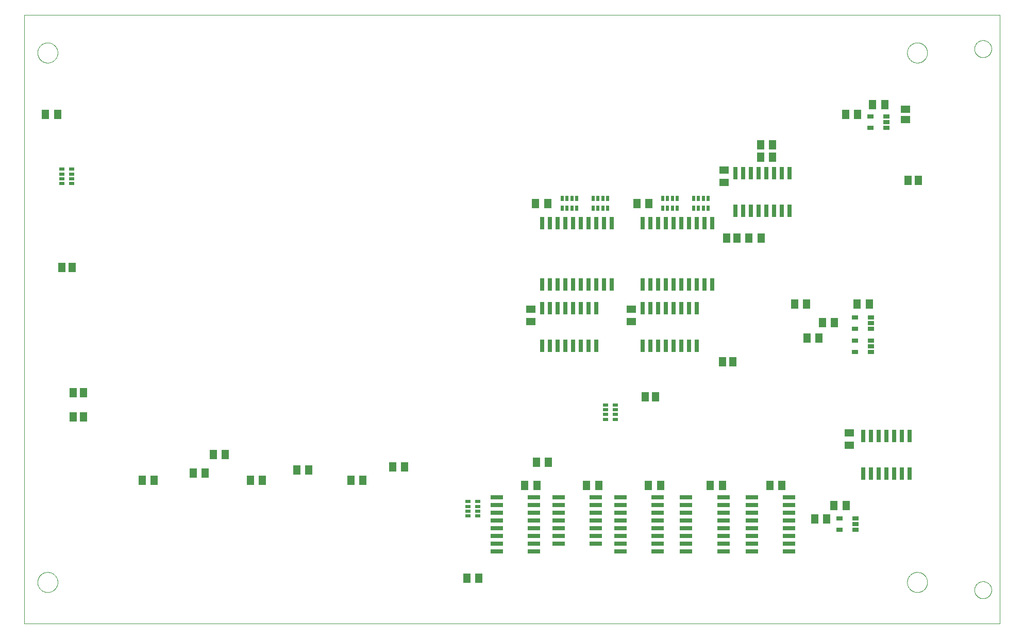
<source format=gtp>
G75*
%MOIN*%
%OFA0B0*%
%FSLAX25Y25*%
%IPPOS*%
%LPD*%
%AMOC8*
5,1,8,0,0,1.08239X$1,22.5*
%
%ADD10R,0.05118X0.05906*%
%ADD11R,0.05906X0.05118*%
%ADD12R,0.03898X0.02717*%
%ADD13R,0.05118X0.06299*%
%ADD14R,0.03543X0.01969*%
%ADD15R,0.02600X0.08000*%
%ADD16R,0.06299X0.05118*%
%ADD17R,0.01969X0.03543*%
%ADD18R,0.08000X0.02600*%
%ADD19C,0.00000*%
D10*
X0079987Y0208100D03*
X0086680Y0208100D03*
X0086680Y0223600D03*
X0079987Y0223600D03*
X0079180Y0304600D03*
X0072487Y0304600D03*
X0449987Y0221100D03*
X0456680Y0221100D03*
X0499987Y0243600D03*
X0506680Y0243600D03*
X0554593Y0259100D03*
X0562073Y0259100D03*
X0509180Y0323600D03*
X0502487Y0323600D03*
X0524593Y0376100D03*
X0532073Y0376100D03*
X0532073Y0384100D03*
X0524593Y0384100D03*
X0579593Y0403600D03*
X0587073Y0403600D03*
X0619987Y0361100D03*
X0626680Y0361100D03*
X0567073Y0142100D03*
X0559593Y0142100D03*
D11*
X0618333Y0400254D03*
X0618333Y0406946D03*
D12*
X0605912Y0402340D03*
X0605912Y0398600D03*
X0605912Y0394860D03*
X0595715Y0394860D03*
X0595715Y0402340D03*
X0595912Y0272340D03*
X0595912Y0268600D03*
X0595912Y0264860D03*
X0595912Y0257340D03*
X0595912Y0253600D03*
X0595912Y0249860D03*
X0585715Y0249860D03*
X0585715Y0257340D03*
X0585715Y0264860D03*
X0585715Y0272340D03*
X0585912Y0142340D03*
X0585912Y0138600D03*
X0585912Y0134860D03*
X0575715Y0134860D03*
X0575715Y0142340D03*
D13*
X0571896Y0150600D03*
X0579770Y0150600D03*
X0538270Y0163600D03*
X0530396Y0163600D03*
X0499770Y0163600D03*
X0491896Y0163600D03*
X0459770Y0163600D03*
X0451896Y0163600D03*
X0419770Y0163600D03*
X0411896Y0163600D03*
X0387270Y0178600D03*
X0379396Y0178600D03*
X0379770Y0163600D03*
X0371896Y0163600D03*
X0342270Y0103600D03*
X0334396Y0103600D03*
X0267270Y0167100D03*
X0259396Y0167100D03*
X0232270Y0173600D03*
X0224396Y0173600D03*
X0202270Y0167100D03*
X0194396Y0167100D03*
X0178270Y0183600D03*
X0170396Y0183600D03*
X0165270Y0171600D03*
X0157396Y0171600D03*
X0132270Y0167100D03*
X0124396Y0167100D03*
X0286396Y0175600D03*
X0294270Y0175600D03*
X0378896Y0346100D03*
X0386770Y0346100D03*
X0444396Y0346100D03*
X0452270Y0346100D03*
X0516896Y0323600D03*
X0524770Y0323600D03*
X0546396Y0281100D03*
X0554270Y0281100D03*
X0564396Y0269100D03*
X0572270Y0269100D03*
X0586896Y0281100D03*
X0594770Y0281100D03*
X0596896Y0410100D03*
X0604770Y0410100D03*
X0069770Y0403600D03*
X0061896Y0403600D03*
D14*
X0072684Y0368324D03*
X0072684Y0365175D03*
X0072684Y0362025D03*
X0072684Y0358876D03*
X0078983Y0358876D03*
X0078983Y0362025D03*
X0078983Y0365175D03*
X0078983Y0368324D03*
X0335184Y0153324D03*
X0335184Y0150175D03*
X0335184Y0147025D03*
X0335184Y0143876D03*
X0341483Y0143876D03*
X0341483Y0147025D03*
X0341483Y0150175D03*
X0341483Y0153324D03*
X0424184Y0206376D03*
X0424184Y0209525D03*
X0424184Y0212675D03*
X0424184Y0215824D03*
X0430483Y0215824D03*
X0430483Y0212675D03*
X0430483Y0209525D03*
X0430483Y0206376D03*
D15*
X0418333Y0254000D03*
X0413333Y0254000D03*
X0408333Y0254000D03*
X0403333Y0254000D03*
X0398333Y0254000D03*
X0393333Y0254000D03*
X0388333Y0254000D03*
X0383333Y0254000D03*
X0383333Y0278200D03*
X0388333Y0278200D03*
X0393333Y0278200D03*
X0398333Y0278200D03*
X0403333Y0278200D03*
X0408333Y0278200D03*
X0413333Y0278200D03*
X0418333Y0278200D03*
X0418333Y0293800D03*
X0413333Y0293800D03*
X0408333Y0293800D03*
X0403333Y0293800D03*
X0398333Y0293800D03*
X0393333Y0293800D03*
X0388333Y0293800D03*
X0383333Y0293800D03*
X0423333Y0293800D03*
X0428333Y0293800D03*
X0448333Y0293800D03*
X0453333Y0293800D03*
X0458333Y0293800D03*
X0463333Y0293800D03*
X0468333Y0293800D03*
X0473333Y0293800D03*
X0478333Y0293800D03*
X0483333Y0293800D03*
X0488333Y0293800D03*
X0493333Y0293800D03*
X0483333Y0278200D03*
X0478333Y0278200D03*
X0473333Y0278200D03*
X0468333Y0278200D03*
X0463333Y0278200D03*
X0458333Y0278200D03*
X0453333Y0278200D03*
X0448333Y0278200D03*
X0448333Y0254000D03*
X0453333Y0254000D03*
X0458333Y0254000D03*
X0463333Y0254000D03*
X0468333Y0254000D03*
X0473333Y0254000D03*
X0478333Y0254000D03*
X0483333Y0254000D03*
X0483333Y0333400D03*
X0478333Y0333400D03*
X0473333Y0333400D03*
X0468333Y0333400D03*
X0463333Y0333400D03*
X0458333Y0333400D03*
X0453333Y0333400D03*
X0448333Y0333400D03*
X0428333Y0333400D03*
X0423333Y0333400D03*
X0418333Y0333400D03*
X0413333Y0333400D03*
X0408333Y0333400D03*
X0403333Y0333400D03*
X0398333Y0333400D03*
X0393333Y0333400D03*
X0388333Y0333400D03*
X0383333Y0333400D03*
X0488333Y0333400D03*
X0493333Y0333400D03*
X0508333Y0341500D03*
X0513333Y0341500D03*
X0518333Y0341500D03*
X0523333Y0341500D03*
X0528333Y0341500D03*
X0533333Y0341500D03*
X0538333Y0341500D03*
X0543333Y0341500D03*
X0543333Y0365700D03*
X0538333Y0365700D03*
X0533333Y0365700D03*
X0528333Y0365700D03*
X0523333Y0365700D03*
X0518333Y0365700D03*
X0513333Y0365700D03*
X0508333Y0365700D03*
X0590833Y0195700D03*
X0595833Y0195700D03*
X0600833Y0195700D03*
X0605833Y0195700D03*
X0610833Y0195700D03*
X0615833Y0195700D03*
X0620833Y0195700D03*
X0620833Y0171500D03*
X0615833Y0171500D03*
X0610833Y0171500D03*
X0605833Y0171500D03*
X0600833Y0171500D03*
X0595833Y0171500D03*
X0590833Y0171500D03*
D16*
X0581833Y0189663D03*
X0581833Y0197537D03*
X0440833Y0269663D03*
X0440833Y0277537D03*
X0375833Y0277537D03*
X0375833Y0269663D03*
X0500833Y0359663D03*
X0500833Y0367537D03*
D17*
X0490558Y0349250D03*
X0487408Y0349250D03*
X0484259Y0349250D03*
X0481109Y0349250D03*
X0481109Y0342950D03*
X0484259Y0342950D03*
X0487408Y0342950D03*
X0490558Y0342950D03*
X0470558Y0342950D03*
X0467408Y0342950D03*
X0464259Y0342950D03*
X0461109Y0342950D03*
X0461109Y0349250D03*
X0464259Y0349250D03*
X0467408Y0349250D03*
X0470558Y0349250D03*
X0425558Y0349250D03*
X0422408Y0349250D03*
X0419259Y0349250D03*
X0416109Y0349250D03*
X0416109Y0342950D03*
X0419259Y0342950D03*
X0422408Y0342950D03*
X0425558Y0342950D03*
X0405558Y0342950D03*
X0402408Y0342950D03*
X0399259Y0342950D03*
X0396109Y0342950D03*
X0396109Y0349250D03*
X0399259Y0349250D03*
X0402408Y0349250D03*
X0405558Y0349250D03*
D18*
X0393733Y0156100D03*
X0393733Y0151100D03*
X0393733Y0146100D03*
X0393733Y0141100D03*
X0393733Y0136100D03*
X0393733Y0131100D03*
X0393733Y0126100D03*
X0377933Y0126100D03*
X0377933Y0121100D03*
X0377933Y0131100D03*
X0377933Y0136100D03*
X0377933Y0141100D03*
X0377933Y0146100D03*
X0377933Y0151100D03*
X0377933Y0156100D03*
X0353733Y0156100D03*
X0353733Y0151100D03*
X0353733Y0146100D03*
X0353733Y0141100D03*
X0353733Y0136100D03*
X0353733Y0131100D03*
X0353733Y0126100D03*
X0353733Y0121100D03*
X0417933Y0126100D03*
X0417933Y0131100D03*
X0417933Y0136100D03*
X0417933Y0141100D03*
X0417933Y0146100D03*
X0417933Y0151100D03*
X0417933Y0156100D03*
X0433733Y0156100D03*
X0433733Y0151100D03*
X0433733Y0146100D03*
X0433733Y0141100D03*
X0433733Y0136100D03*
X0433733Y0131100D03*
X0433733Y0126100D03*
X0433733Y0121100D03*
X0457933Y0121100D03*
X0457933Y0126100D03*
X0457933Y0131100D03*
X0457933Y0136100D03*
X0457933Y0141100D03*
X0457933Y0146100D03*
X0457933Y0151100D03*
X0457933Y0156100D03*
X0476233Y0156100D03*
X0476233Y0151100D03*
X0476233Y0146100D03*
X0476233Y0141100D03*
X0476233Y0136100D03*
X0476233Y0131100D03*
X0476233Y0126100D03*
X0476233Y0121100D03*
X0500433Y0121100D03*
X0500433Y0126100D03*
X0500433Y0131100D03*
X0500433Y0136100D03*
X0500433Y0141100D03*
X0500433Y0146100D03*
X0500433Y0151100D03*
X0500433Y0156100D03*
X0518733Y0156100D03*
X0518733Y0151100D03*
X0518733Y0146100D03*
X0518733Y0141100D03*
X0518733Y0136100D03*
X0518733Y0131100D03*
X0518733Y0126100D03*
X0518733Y0121100D03*
X0542933Y0121100D03*
X0542933Y0126100D03*
X0542933Y0131100D03*
X0542933Y0136100D03*
X0542933Y0141100D03*
X0542933Y0146100D03*
X0542933Y0151100D03*
X0542933Y0156100D03*
D19*
X0048333Y0074200D02*
X0048333Y0468000D01*
X0679333Y0468000D01*
X0679333Y0074200D01*
X0048333Y0074200D01*
X0056833Y0101100D02*
X0056835Y0101261D01*
X0056841Y0101421D01*
X0056851Y0101582D01*
X0056865Y0101742D01*
X0056883Y0101902D01*
X0056904Y0102061D01*
X0056930Y0102220D01*
X0056960Y0102378D01*
X0056993Y0102535D01*
X0057031Y0102692D01*
X0057072Y0102847D01*
X0057117Y0103001D01*
X0057166Y0103154D01*
X0057219Y0103306D01*
X0057275Y0103457D01*
X0057336Y0103606D01*
X0057399Y0103754D01*
X0057467Y0103900D01*
X0057538Y0104044D01*
X0057612Y0104186D01*
X0057690Y0104327D01*
X0057772Y0104465D01*
X0057857Y0104602D01*
X0057945Y0104736D01*
X0058037Y0104868D01*
X0058132Y0104998D01*
X0058230Y0105126D01*
X0058331Y0105251D01*
X0058435Y0105373D01*
X0058542Y0105493D01*
X0058652Y0105610D01*
X0058765Y0105725D01*
X0058881Y0105836D01*
X0059000Y0105945D01*
X0059121Y0106050D01*
X0059245Y0106153D01*
X0059371Y0106253D01*
X0059499Y0106349D01*
X0059630Y0106442D01*
X0059764Y0106532D01*
X0059899Y0106619D01*
X0060037Y0106702D01*
X0060176Y0106782D01*
X0060318Y0106858D01*
X0060461Y0106931D01*
X0060606Y0107000D01*
X0060753Y0107066D01*
X0060901Y0107128D01*
X0061051Y0107186D01*
X0061202Y0107241D01*
X0061355Y0107292D01*
X0061509Y0107339D01*
X0061664Y0107382D01*
X0061820Y0107421D01*
X0061976Y0107457D01*
X0062134Y0107488D01*
X0062292Y0107516D01*
X0062451Y0107540D01*
X0062611Y0107560D01*
X0062771Y0107576D01*
X0062931Y0107588D01*
X0063092Y0107596D01*
X0063253Y0107600D01*
X0063413Y0107600D01*
X0063574Y0107596D01*
X0063735Y0107588D01*
X0063895Y0107576D01*
X0064055Y0107560D01*
X0064215Y0107540D01*
X0064374Y0107516D01*
X0064532Y0107488D01*
X0064690Y0107457D01*
X0064846Y0107421D01*
X0065002Y0107382D01*
X0065157Y0107339D01*
X0065311Y0107292D01*
X0065464Y0107241D01*
X0065615Y0107186D01*
X0065765Y0107128D01*
X0065913Y0107066D01*
X0066060Y0107000D01*
X0066205Y0106931D01*
X0066348Y0106858D01*
X0066490Y0106782D01*
X0066629Y0106702D01*
X0066767Y0106619D01*
X0066902Y0106532D01*
X0067036Y0106442D01*
X0067167Y0106349D01*
X0067295Y0106253D01*
X0067421Y0106153D01*
X0067545Y0106050D01*
X0067666Y0105945D01*
X0067785Y0105836D01*
X0067901Y0105725D01*
X0068014Y0105610D01*
X0068124Y0105493D01*
X0068231Y0105373D01*
X0068335Y0105251D01*
X0068436Y0105126D01*
X0068534Y0104998D01*
X0068629Y0104868D01*
X0068721Y0104736D01*
X0068809Y0104602D01*
X0068894Y0104465D01*
X0068976Y0104327D01*
X0069054Y0104186D01*
X0069128Y0104044D01*
X0069199Y0103900D01*
X0069267Y0103754D01*
X0069330Y0103606D01*
X0069391Y0103457D01*
X0069447Y0103306D01*
X0069500Y0103154D01*
X0069549Y0103001D01*
X0069594Y0102847D01*
X0069635Y0102692D01*
X0069673Y0102535D01*
X0069706Y0102378D01*
X0069736Y0102220D01*
X0069762Y0102061D01*
X0069783Y0101902D01*
X0069801Y0101742D01*
X0069815Y0101582D01*
X0069825Y0101421D01*
X0069831Y0101261D01*
X0069833Y0101100D01*
X0069831Y0100939D01*
X0069825Y0100779D01*
X0069815Y0100618D01*
X0069801Y0100458D01*
X0069783Y0100298D01*
X0069762Y0100139D01*
X0069736Y0099980D01*
X0069706Y0099822D01*
X0069673Y0099665D01*
X0069635Y0099508D01*
X0069594Y0099353D01*
X0069549Y0099199D01*
X0069500Y0099046D01*
X0069447Y0098894D01*
X0069391Y0098743D01*
X0069330Y0098594D01*
X0069267Y0098446D01*
X0069199Y0098300D01*
X0069128Y0098156D01*
X0069054Y0098014D01*
X0068976Y0097873D01*
X0068894Y0097735D01*
X0068809Y0097598D01*
X0068721Y0097464D01*
X0068629Y0097332D01*
X0068534Y0097202D01*
X0068436Y0097074D01*
X0068335Y0096949D01*
X0068231Y0096827D01*
X0068124Y0096707D01*
X0068014Y0096590D01*
X0067901Y0096475D01*
X0067785Y0096364D01*
X0067666Y0096255D01*
X0067545Y0096150D01*
X0067421Y0096047D01*
X0067295Y0095947D01*
X0067167Y0095851D01*
X0067036Y0095758D01*
X0066902Y0095668D01*
X0066767Y0095581D01*
X0066629Y0095498D01*
X0066490Y0095418D01*
X0066348Y0095342D01*
X0066205Y0095269D01*
X0066060Y0095200D01*
X0065913Y0095134D01*
X0065765Y0095072D01*
X0065615Y0095014D01*
X0065464Y0094959D01*
X0065311Y0094908D01*
X0065157Y0094861D01*
X0065002Y0094818D01*
X0064846Y0094779D01*
X0064690Y0094743D01*
X0064532Y0094712D01*
X0064374Y0094684D01*
X0064215Y0094660D01*
X0064055Y0094640D01*
X0063895Y0094624D01*
X0063735Y0094612D01*
X0063574Y0094604D01*
X0063413Y0094600D01*
X0063253Y0094600D01*
X0063092Y0094604D01*
X0062931Y0094612D01*
X0062771Y0094624D01*
X0062611Y0094640D01*
X0062451Y0094660D01*
X0062292Y0094684D01*
X0062134Y0094712D01*
X0061976Y0094743D01*
X0061820Y0094779D01*
X0061664Y0094818D01*
X0061509Y0094861D01*
X0061355Y0094908D01*
X0061202Y0094959D01*
X0061051Y0095014D01*
X0060901Y0095072D01*
X0060753Y0095134D01*
X0060606Y0095200D01*
X0060461Y0095269D01*
X0060318Y0095342D01*
X0060176Y0095418D01*
X0060037Y0095498D01*
X0059899Y0095581D01*
X0059764Y0095668D01*
X0059630Y0095758D01*
X0059499Y0095851D01*
X0059371Y0095947D01*
X0059245Y0096047D01*
X0059121Y0096150D01*
X0059000Y0096255D01*
X0058881Y0096364D01*
X0058765Y0096475D01*
X0058652Y0096590D01*
X0058542Y0096707D01*
X0058435Y0096827D01*
X0058331Y0096949D01*
X0058230Y0097074D01*
X0058132Y0097202D01*
X0058037Y0097332D01*
X0057945Y0097464D01*
X0057857Y0097598D01*
X0057772Y0097735D01*
X0057690Y0097873D01*
X0057612Y0098014D01*
X0057538Y0098156D01*
X0057467Y0098300D01*
X0057399Y0098446D01*
X0057336Y0098594D01*
X0057275Y0098743D01*
X0057219Y0098894D01*
X0057166Y0099046D01*
X0057117Y0099199D01*
X0057072Y0099353D01*
X0057031Y0099508D01*
X0056993Y0099665D01*
X0056960Y0099822D01*
X0056930Y0099980D01*
X0056904Y0100139D01*
X0056883Y0100298D01*
X0056865Y0100458D01*
X0056851Y0100618D01*
X0056841Y0100779D01*
X0056835Y0100939D01*
X0056833Y0101100D01*
X0056833Y0443600D02*
X0056835Y0443761D01*
X0056841Y0443921D01*
X0056851Y0444082D01*
X0056865Y0444242D01*
X0056883Y0444402D01*
X0056904Y0444561D01*
X0056930Y0444720D01*
X0056960Y0444878D01*
X0056993Y0445035D01*
X0057031Y0445192D01*
X0057072Y0445347D01*
X0057117Y0445501D01*
X0057166Y0445654D01*
X0057219Y0445806D01*
X0057275Y0445957D01*
X0057336Y0446106D01*
X0057399Y0446254D01*
X0057467Y0446400D01*
X0057538Y0446544D01*
X0057612Y0446686D01*
X0057690Y0446827D01*
X0057772Y0446965D01*
X0057857Y0447102D01*
X0057945Y0447236D01*
X0058037Y0447368D01*
X0058132Y0447498D01*
X0058230Y0447626D01*
X0058331Y0447751D01*
X0058435Y0447873D01*
X0058542Y0447993D01*
X0058652Y0448110D01*
X0058765Y0448225D01*
X0058881Y0448336D01*
X0059000Y0448445D01*
X0059121Y0448550D01*
X0059245Y0448653D01*
X0059371Y0448753D01*
X0059499Y0448849D01*
X0059630Y0448942D01*
X0059764Y0449032D01*
X0059899Y0449119D01*
X0060037Y0449202D01*
X0060176Y0449282D01*
X0060318Y0449358D01*
X0060461Y0449431D01*
X0060606Y0449500D01*
X0060753Y0449566D01*
X0060901Y0449628D01*
X0061051Y0449686D01*
X0061202Y0449741D01*
X0061355Y0449792D01*
X0061509Y0449839D01*
X0061664Y0449882D01*
X0061820Y0449921D01*
X0061976Y0449957D01*
X0062134Y0449988D01*
X0062292Y0450016D01*
X0062451Y0450040D01*
X0062611Y0450060D01*
X0062771Y0450076D01*
X0062931Y0450088D01*
X0063092Y0450096D01*
X0063253Y0450100D01*
X0063413Y0450100D01*
X0063574Y0450096D01*
X0063735Y0450088D01*
X0063895Y0450076D01*
X0064055Y0450060D01*
X0064215Y0450040D01*
X0064374Y0450016D01*
X0064532Y0449988D01*
X0064690Y0449957D01*
X0064846Y0449921D01*
X0065002Y0449882D01*
X0065157Y0449839D01*
X0065311Y0449792D01*
X0065464Y0449741D01*
X0065615Y0449686D01*
X0065765Y0449628D01*
X0065913Y0449566D01*
X0066060Y0449500D01*
X0066205Y0449431D01*
X0066348Y0449358D01*
X0066490Y0449282D01*
X0066629Y0449202D01*
X0066767Y0449119D01*
X0066902Y0449032D01*
X0067036Y0448942D01*
X0067167Y0448849D01*
X0067295Y0448753D01*
X0067421Y0448653D01*
X0067545Y0448550D01*
X0067666Y0448445D01*
X0067785Y0448336D01*
X0067901Y0448225D01*
X0068014Y0448110D01*
X0068124Y0447993D01*
X0068231Y0447873D01*
X0068335Y0447751D01*
X0068436Y0447626D01*
X0068534Y0447498D01*
X0068629Y0447368D01*
X0068721Y0447236D01*
X0068809Y0447102D01*
X0068894Y0446965D01*
X0068976Y0446827D01*
X0069054Y0446686D01*
X0069128Y0446544D01*
X0069199Y0446400D01*
X0069267Y0446254D01*
X0069330Y0446106D01*
X0069391Y0445957D01*
X0069447Y0445806D01*
X0069500Y0445654D01*
X0069549Y0445501D01*
X0069594Y0445347D01*
X0069635Y0445192D01*
X0069673Y0445035D01*
X0069706Y0444878D01*
X0069736Y0444720D01*
X0069762Y0444561D01*
X0069783Y0444402D01*
X0069801Y0444242D01*
X0069815Y0444082D01*
X0069825Y0443921D01*
X0069831Y0443761D01*
X0069833Y0443600D01*
X0069831Y0443439D01*
X0069825Y0443279D01*
X0069815Y0443118D01*
X0069801Y0442958D01*
X0069783Y0442798D01*
X0069762Y0442639D01*
X0069736Y0442480D01*
X0069706Y0442322D01*
X0069673Y0442165D01*
X0069635Y0442008D01*
X0069594Y0441853D01*
X0069549Y0441699D01*
X0069500Y0441546D01*
X0069447Y0441394D01*
X0069391Y0441243D01*
X0069330Y0441094D01*
X0069267Y0440946D01*
X0069199Y0440800D01*
X0069128Y0440656D01*
X0069054Y0440514D01*
X0068976Y0440373D01*
X0068894Y0440235D01*
X0068809Y0440098D01*
X0068721Y0439964D01*
X0068629Y0439832D01*
X0068534Y0439702D01*
X0068436Y0439574D01*
X0068335Y0439449D01*
X0068231Y0439327D01*
X0068124Y0439207D01*
X0068014Y0439090D01*
X0067901Y0438975D01*
X0067785Y0438864D01*
X0067666Y0438755D01*
X0067545Y0438650D01*
X0067421Y0438547D01*
X0067295Y0438447D01*
X0067167Y0438351D01*
X0067036Y0438258D01*
X0066902Y0438168D01*
X0066767Y0438081D01*
X0066629Y0437998D01*
X0066490Y0437918D01*
X0066348Y0437842D01*
X0066205Y0437769D01*
X0066060Y0437700D01*
X0065913Y0437634D01*
X0065765Y0437572D01*
X0065615Y0437514D01*
X0065464Y0437459D01*
X0065311Y0437408D01*
X0065157Y0437361D01*
X0065002Y0437318D01*
X0064846Y0437279D01*
X0064690Y0437243D01*
X0064532Y0437212D01*
X0064374Y0437184D01*
X0064215Y0437160D01*
X0064055Y0437140D01*
X0063895Y0437124D01*
X0063735Y0437112D01*
X0063574Y0437104D01*
X0063413Y0437100D01*
X0063253Y0437100D01*
X0063092Y0437104D01*
X0062931Y0437112D01*
X0062771Y0437124D01*
X0062611Y0437140D01*
X0062451Y0437160D01*
X0062292Y0437184D01*
X0062134Y0437212D01*
X0061976Y0437243D01*
X0061820Y0437279D01*
X0061664Y0437318D01*
X0061509Y0437361D01*
X0061355Y0437408D01*
X0061202Y0437459D01*
X0061051Y0437514D01*
X0060901Y0437572D01*
X0060753Y0437634D01*
X0060606Y0437700D01*
X0060461Y0437769D01*
X0060318Y0437842D01*
X0060176Y0437918D01*
X0060037Y0437998D01*
X0059899Y0438081D01*
X0059764Y0438168D01*
X0059630Y0438258D01*
X0059499Y0438351D01*
X0059371Y0438447D01*
X0059245Y0438547D01*
X0059121Y0438650D01*
X0059000Y0438755D01*
X0058881Y0438864D01*
X0058765Y0438975D01*
X0058652Y0439090D01*
X0058542Y0439207D01*
X0058435Y0439327D01*
X0058331Y0439449D01*
X0058230Y0439574D01*
X0058132Y0439702D01*
X0058037Y0439832D01*
X0057945Y0439964D01*
X0057857Y0440098D01*
X0057772Y0440235D01*
X0057690Y0440373D01*
X0057612Y0440514D01*
X0057538Y0440656D01*
X0057467Y0440800D01*
X0057399Y0440946D01*
X0057336Y0441094D01*
X0057275Y0441243D01*
X0057219Y0441394D01*
X0057166Y0441546D01*
X0057117Y0441699D01*
X0057072Y0441853D01*
X0057031Y0442008D01*
X0056993Y0442165D01*
X0056960Y0442322D01*
X0056930Y0442480D01*
X0056904Y0442639D01*
X0056883Y0442798D01*
X0056865Y0442958D01*
X0056851Y0443118D01*
X0056841Y0443279D01*
X0056835Y0443439D01*
X0056833Y0443600D01*
X0619333Y0443600D02*
X0619335Y0443761D01*
X0619341Y0443921D01*
X0619351Y0444082D01*
X0619365Y0444242D01*
X0619383Y0444402D01*
X0619404Y0444561D01*
X0619430Y0444720D01*
X0619460Y0444878D01*
X0619493Y0445035D01*
X0619531Y0445192D01*
X0619572Y0445347D01*
X0619617Y0445501D01*
X0619666Y0445654D01*
X0619719Y0445806D01*
X0619775Y0445957D01*
X0619836Y0446106D01*
X0619899Y0446254D01*
X0619967Y0446400D01*
X0620038Y0446544D01*
X0620112Y0446686D01*
X0620190Y0446827D01*
X0620272Y0446965D01*
X0620357Y0447102D01*
X0620445Y0447236D01*
X0620537Y0447368D01*
X0620632Y0447498D01*
X0620730Y0447626D01*
X0620831Y0447751D01*
X0620935Y0447873D01*
X0621042Y0447993D01*
X0621152Y0448110D01*
X0621265Y0448225D01*
X0621381Y0448336D01*
X0621500Y0448445D01*
X0621621Y0448550D01*
X0621745Y0448653D01*
X0621871Y0448753D01*
X0621999Y0448849D01*
X0622130Y0448942D01*
X0622264Y0449032D01*
X0622399Y0449119D01*
X0622537Y0449202D01*
X0622676Y0449282D01*
X0622818Y0449358D01*
X0622961Y0449431D01*
X0623106Y0449500D01*
X0623253Y0449566D01*
X0623401Y0449628D01*
X0623551Y0449686D01*
X0623702Y0449741D01*
X0623855Y0449792D01*
X0624009Y0449839D01*
X0624164Y0449882D01*
X0624320Y0449921D01*
X0624476Y0449957D01*
X0624634Y0449988D01*
X0624792Y0450016D01*
X0624951Y0450040D01*
X0625111Y0450060D01*
X0625271Y0450076D01*
X0625431Y0450088D01*
X0625592Y0450096D01*
X0625753Y0450100D01*
X0625913Y0450100D01*
X0626074Y0450096D01*
X0626235Y0450088D01*
X0626395Y0450076D01*
X0626555Y0450060D01*
X0626715Y0450040D01*
X0626874Y0450016D01*
X0627032Y0449988D01*
X0627190Y0449957D01*
X0627346Y0449921D01*
X0627502Y0449882D01*
X0627657Y0449839D01*
X0627811Y0449792D01*
X0627964Y0449741D01*
X0628115Y0449686D01*
X0628265Y0449628D01*
X0628413Y0449566D01*
X0628560Y0449500D01*
X0628705Y0449431D01*
X0628848Y0449358D01*
X0628990Y0449282D01*
X0629129Y0449202D01*
X0629267Y0449119D01*
X0629402Y0449032D01*
X0629536Y0448942D01*
X0629667Y0448849D01*
X0629795Y0448753D01*
X0629921Y0448653D01*
X0630045Y0448550D01*
X0630166Y0448445D01*
X0630285Y0448336D01*
X0630401Y0448225D01*
X0630514Y0448110D01*
X0630624Y0447993D01*
X0630731Y0447873D01*
X0630835Y0447751D01*
X0630936Y0447626D01*
X0631034Y0447498D01*
X0631129Y0447368D01*
X0631221Y0447236D01*
X0631309Y0447102D01*
X0631394Y0446965D01*
X0631476Y0446827D01*
X0631554Y0446686D01*
X0631628Y0446544D01*
X0631699Y0446400D01*
X0631767Y0446254D01*
X0631830Y0446106D01*
X0631891Y0445957D01*
X0631947Y0445806D01*
X0632000Y0445654D01*
X0632049Y0445501D01*
X0632094Y0445347D01*
X0632135Y0445192D01*
X0632173Y0445035D01*
X0632206Y0444878D01*
X0632236Y0444720D01*
X0632262Y0444561D01*
X0632283Y0444402D01*
X0632301Y0444242D01*
X0632315Y0444082D01*
X0632325Y0443921D01*
X0632331Y0443761D01*
X0632333Y0443600D01*
X0632331Y0443439D01*
X0632325Y0443279D01*
X0632315Y0443118D01*
X0632301Y0442958D01*
X0632283Y0442798D01*
X0632262Y0442639D01*
X0632236Y0442480D01*
X0632206Y0442322D01*
X0632173Y0442165D01*
X0632135Y0442008D01*
X0632094Y0441853D01*
X0632049Y0441699D01*
X0632000Y0441546D01*
X0631947Y0441394D01*
X0631891Y0441243D01*
X0631830Y0441094D01*
X0631767Y0440946D01*
X0631699Y0440800D01*
X0631628Y0440656D01*
X0631554Y0440514D01*
X0631476Y0440373D01*
X0631394Y0440235D01*
X0631309Y0440098D01*
X0631221Y0439964D01*
X0631129Y0439832D01*
X0631034Y0439702D01*
X0630936Y0439574D01*
X0630835Y0439449D01*
X0630731Y0439327D01*
X0630624Y0439207D01*
X0630514Y0439090D01*
X0630401Y0438975D01*
X0630285Y0438864D01*
X0630166Y0438755D01*
X0630045Y0438650D01*
X0629921Y0438547D01*
X0629795Y0438447D01*
X0629667Y0438351D01*
X0629536Y0438258D01*
X0629402Y0438168D01*
X0629267Y0438081D01*
X0629129Y0437998D01*
X0628990Y0437918D01*
X0628848Y0437842D01*
X0628705Y0437769D01*
X0628560Y0437700D01*
X0628413Y0437634D01*
X0628265Y0437572D01*
X0628115Y0437514D01*
X0627964Y0437459D01*
X0627811Y0437408D01*
X0627657Y0437361D01*
X0627502Y0437318D01*
X0627346Y0437279D01*
X0627190Y0437243D01*
X0627032Y0437212D01*
X0626874Y0437184D01*
X0626715Y0437160D01*
X0626555Y0437140D01*
X0626395Y0437124D01*
X0626235Y0437112D01*
X0626074Y0437104D01*
X0625913Y0437100D01*
X0625753Y0437100D01*
X0625592Y0437104D01*
X0625431Y0437112D01*
X0625271Y0437124D01*
X0625111Y0437140D01*
X0624951Y0437160D01*
X0624792Y0437184D01*
X0624634Y0437212D01*
X0624476Y0437243D01*
X0624320Y0437279D01*
X0624164Y0437318D01*
X0624009Y0437361D01*
X0623855Y0437408D01*
X0623702Y0437459D01*
X0623551Y0437514D01*
X0623401Y0437572D01*
X0623253Y0437634D01*
X0623106Y0437700D01*
X0622961Y0437769D01*
X0622818Y0437842D01*
X0622676Y0437918D01*
X0622537Y0437998D01*
X0622399Y0438081D01*
X0622264Y0438168D01*
X0622130Y0438258D01*
X0621999Y0438351D01*
X0621871Y0438447D01*
X0621745Y0438547D01*
X0621621Y0438650D01*
X0621500Y0438755D01*
X0621381Y0438864D01*
X0621265Y0438975D01*
X0621152Y0439090D01*
X0621042Y0439207D01*
X0620935Y0439327D01*
X0620831Y0439449D01*
X0620730Y0439574D01*
X0620632Y0439702D01*
X0620537Y0439832D01*
X0620445Y0439964D01*
X0620357Y0440098D01*
X0620272Y0440235D01*
X0620190Y0440373D01*
X0620112Y0440514D01*
X0620038Y0440656D01*
X0619967Y0440800D01*
X0619899Y0440946D01*
X0619836Y0441094D01*
X0619775Y0441243D01*
X0619719Y0441394D01*
X0619666Y0441546D01*
X0619617Y0441699D01*
X0619572Y0441853D01*
X0619531Y0442008D01*
X0619493Y0442165D01*
X0619460Y0442322D01*
X0619430Y0442480D01*
X0619404Y0442639D01*
X0619383Y0442798D01*
X0619365Y0442958D01*
X0619351Y0443118D01*
X0619341Y0443279D01*
X0619335Y0443439D01*
X0619333Y0443600D01*
X0662833Y0446100D02*
X0662835Y0446248D01*
X0662841Y0446396D01*
X0662851Y0446544D01*
X0662865Y0446692D01*
X0662883Y0446839D01*
X0662905Y0446986D01*
X0662931Y0447132D01*
X0662960Y0447277D01*
X0662994Y0447422D01*
X0663032Y0447565D01*
X0663073Y0447708D01*
X0663118Y0447849D01*
X0663168Y0447989D01*
X0663220Y0448127D01*
X0663277Y0448265D01*
X0663337Y0448400D01*
X0663401Y0448534D01*
X0663468Y0448666D01*
X0663539Y0448796D01*
X0663614Y0448925D01*
X0663692Y0449051D01*
X0663773Y0449175D01*
X0663857Y0449297D01*
X0663945Y0449416D01*
X0664036Y0449533D01*
X0664130Y0449648D01*
X0664228Y0449760D01*
X0664328Y0449869D01*
X0664431Y0449976D01*
X0664537Y0450080D01*
X0664645Y0450181D01*
X0664757Y0450279D01*
X0664871Y0450374D01*
X0664987Y0450465D01*
X0665106Y0450554D01*
X0665227Y0450639D01*
X0665351Y0450721D01*
X0665477Y0450800D01*
X0665604Y0450875D01*
X0665734Y0450947D01*
X0665866Y0451016D01*
X0665999Y0451080D01*
X0666134Y0451141D01*
X0666271Y0451199D01*
X0666409Y0451253D01*
X0666549Y0451303D01*
X0666690Y0451349D01*
X0666832Y0451391D01*
X0666975Y0451430D01*
X0667119Y0451464D01*
X0667265Y0451495D01*
X0667410Y0451522D01*
X0667557Y0451545D01*
X0667704Y0451564D01*
X0667852Y0451579D01*
X0667999Y0451590D01*
X0668148Y0451597D01*
X0668296Y0451600D01*
X0668444Y0451599D01*
X0668592Y0451594D01*
X0668740Y0451585D01*
X0668888Y0451572D01*
X0669036Y0451555D01*
X0669182Y0451534D01*
X0669329Y0451509D01*
X0669474Y0451480D01*
X0669619Y0451448D01*
X0669762Y0451411D01*
X0669905Y0451371D01*
X0670047Y0451326D01*
X0670187Y0451278D01*
X0670326Y0451226D01*
X0670463Y0451171D01*
X0670599Y0451111D01*
X0670734Y0451048D01*
X0670866Y0450982D01*
X0670997Y0450912D01*
X0671126Y0450838D01*
X0671252Y0450761D01*
X0671377Y0450681D01*
X0671499Y0450597D01*
X0671620Y0450510D01*
X0671737Y0450420D01*
X0671853Y0450326D01*
X0671965Y0450230D01*
X0672075Y0450131D01*
X0672183Y0450028D01*
X0672287Y0449923D01*
X0672389Y0449815D01*
X0672487Y0449704D01*
X0672583Y0449591D01*
X0672676Y0449475D01*
X0672765Y0449357D01*
X0672851Y0449236D01*
X0672934Y0449113D01*
X0673014Y0448988D01*
X0673090Y0448861D01*
X0673163Y0448731D01*
X0673232Y0448600D01*
X0673297Y0448467D01*
X0673360Y0448333D01*
X0673418Y0448196D01*
X0673473Y0448058D01*
X0673523Y0447919D01*
X0673571Y0447778D01*
X0673614Y0447637D01*
X0673654Y0447494D01*
X0673689Y0447350D01*
X0673721Y0447205D01*
X0673749Y0447059D01*
X0673773Y0446913D01*
X0673793Y0446766D01*
X0673809Y0446618D01*
X0673821Y0446471D01*
X0673829Y0446322D01*
X0673833Y0446174D01*
X0673833Y0446026D01*
X0673829Y0445878D01*
X0673821Y0445729D01*
X0673809Y0445582D01*
X0673793Y0445434D01*
X0673773Y0445287D01*
X0673749Y0445141D01*
X0673721Y0444995D01*
X0673689Y0444850D01*
X0673654Y0444706D01*
X0673614Y0444563D01*
X0673571Y0444422D01*
X0673523Y0444281D01*
X0673473Y0444142D01*
X0673418Y0444004D01*
X0673360Y0443867D01*
X0673297Y0443733D01*
X0673232Y0443600D01*
X0673163Y0443469D01*
X0673090Y0443339D01*
X0673014Y0443212D01*
X0672934Y0443087D01*
X0672851Y0442964D01*
X0672765Y0442843D01*
X0672676Y0442725D01*
X0672583Y0442609D01*
X0672487Y0442496D01*
X0672389Y0442385D01*
X0672287Y0442277D01*
X0672183Y0442172D01*
X0672075Y0442069D01*
X0671965Y0441970D01*
X0671853Y0441874D01*
X0671737Y0441780D01*
X0671620Y0441690D01*
X0671499Y0441603D01*
X0671377Y0441519D01*
X0671252Y0441439D01*
X0671126Y0441362D01*
X0670997Y0441288D01*
X0670866Y0441218D01*
X0670734Y0441152D01*
X0670599Y0441089D01*
X0670463Y0441029D01*
X0670326Y0440974D01*
X0670187Y0440922D01*
X0670047Y0440874D01*
X0669905Y0440829D01*
X0669762Y0440789D01*
X0669619Y0440752D01*
X0669474Y0440720D01*
X0669329Y0440691D01*
X0669182Y0440666D01*
X0669036Y0440645D01*
X0668888Y0440628D01*
X0668740Y0440615D01*
X0668592Y0440606D01*
X0668444Y0440601D01*
X0668296Y0440600D01*
X0668148Y0440603D01*
X0667999Y0440610D01*
X0667852Y0440621D01*
X0667704Y0440636D01*
X0667557Y0440655D01*
X0667410Y0440678D01*
X0667265Y0440705D01*
X0667119Y0440736D01*
X0666975Y0440770D01*
X0666832Y0440809D01*
X0666690Y0440851D01*
X0666549Y0440897D01*
X0666409Y0440947D01*
X0666271Y0441001D01*
X0666134Y0441059D01*
X0665999Y0441120D01*
X0665866Y0441184D01*
X0665734Y0441253D01*
X0665604Y0441325D01*
X0665477Y0441400D01*
X0665351Y0441479D01*
X0665227Y0441561D01*
X0665106Y0441646D01*
X0664987Y0441735D01*
X0664871Y0441826D01*
X0664757Y0441921D01*
X0664645Y0442019D01*
X0664537Y0442120D01*
X0664431Y0442224D01*
X0664328Y0442331D01*
X0664228Y0442440D01*
X0664130Y0442552D01*
X0664036Y0442667D01*
X0663945Y0442784D01*
X0663857Y0442903D01*
X0663773Y0443025D01*
X0663692Y0443149D01*
X0663614Y0443275D01*
X0663539Y0443404D01*
X0663468Y0443534D01*
X0663401Y0443666D01*
X0663337Y0443800D01*
X0663277Y0443935D01*
X0663220Y0444073D01*
X0663168Y0444211D01*
X0663118Y0444351D01*
X0663073Y0444492D01*
X0663032Y0444635D01*
X0662994Y0444778D01*
X0662960Y0444923D01*
X0662931Y0445068D01*
X0662905Y0445214D01*
X0662883Y0445361D01*
X0662865Y0445508D01*
X0662851Y0445656D01*
X0662841Y0445804D01*
X0662835Y0445952D01*
X0662833Y0446100D01*
X0619333Y0101100D02*
X0619335Y0101261D01*
X0619341Y0101421D01*
X0619351Y0101582D01*
X0619365Y0101742D01*
X0619383Y0101902D01*
X0619404Y0102061D01*
X0619430Y0102220D01*
X0619460Y0102378D01*
X0619493Y0102535D01*
X0619531Y0102692D01*
X0619572Y0102847D01*
X0619617Y0103001D01*
X0619666Y0103154D01*
X0619719Y0103306D01*
X0619775Y0103457D01*
X0619836Y0103606D01*
X0619899Y0103754D01*
X0619967Y0103900D01*
X0620038Y0104044D01*
X0620112Y0104186D01*
X0620190Y0104327D01*
X0620272Y0104465D01*
X0620357Y0104602D01*
X0620445Y0104736D01*
X0620537Y0104868D01*
X0620632Y0104998D01*
X0620730Y0105126D01*
X0620831Y0105251D01*
X0620935Y0105373D01*
X0621042Y0105493D01*
X0621152Y0105610D01*
X0621265Y0105725D01*
X0621381Y0105836D01*
X0621500Y0105945D01*
X0621621Y0106050D01*
X0621745Y0106153D01*
X0621871Y0106253D01*
X0621999Y0106349D01*
X0622130Y0106442D01*
X0622264Y0106532D01*
X0622399Y0106619D01*
X0622537Y0106702D01*
X0622676Y0106782D01*
X0622818Y0106858D01*
X0622961Y0106931D01*
X0623106Y0107000D01*
X0623253Y0107066D01*
X0623401Y0107128D01*
X0623551Y0107186D01*
X0623702Y0107241D01*
X0623855Y0107292D01*
X0624009Y0107339D01*
X0624164Y0107382D01*
X0624320Y0107421D01*
X0624476Y0107457D01*
X0624634Y0107488D01*
X0624792Y0107516D01*
X0624951Y0107540D01*
X0625111Y0107560D01*
X0625271Y0107576D01*
X0625431Y0107588D01*
X0625592Y0107596D01*
X0625753Y0107600D01*
X0625913Y0107600D01*
X0626074Y0107596D01*
X0626235Y0107588D01*
X0626395Y0107576D01*
X0626555Y0107560D01*
X0626715Y0107540D01*
X0626874Y0107516D01*
X0627032Y0107488D01*
X0627190Y0107457D01*
X0627346Y0107421D01*
X0627502Y0107382D01*
X0627657Y0107339D01*
X0627811Y0107292D01*
X0627964Y0107241D01*
X0628115Y0107186D01*
X0628265Y0107128D01*
X0628413Y0107066D01*
X0628560Y0107000D01*
X0628705Y0106931D01*
X0628848Y0106858D01*
X0628990Y0106782D01*
X0629129Y0106702D01*
X0629267Y0106619D01*
X0629402Y0106532D01*
X0629536Y0106442D01*
X0629667Y0106349D01*
X0629795Y0106253D01*
X0629921Y0106153D01*
X0630045Y0106050D01*
X0630166Y0105945D01*
X0630285Y0105836D01*
X0630401Y0105725D01*
X0630514Y0105610D01*
X0630624Y0105493D01*
X0630731Y0105373D01*
X0630835Y0105251D01*
X0630936Y0105126D01*
X0631034Y0104998D01*
X0631129Y0104868D01*
X0631221Y0104736D01*
X0631309Y0104602D01*
X0631394Y0104465D01*
X0631476Y0104327D01*
X0631554Y0104186D01*
X0631628Y0104044D01*
X0631699Y0103900D01*
X0631767Y0103754D01*
X0631830Y0103606D01*
X0631891Y0103457D01*
X0631947Y0103306D01*
X0632000Y0103154D01*
X0632049Y0103001D01*
X0632094Y0102847D01*
X0632135Y0102692D01*
X0632173Y0102535D01*
X0632206Y0102378D01*
X0632236Y0102220D01*
X0632262Y0102061D01*
X0632283Y0101902D01*
X0632301Y0101742D01*
X0632315Y0101582D01*
X0632325Y0101421D01*
X0632331Y0101261D01*
X0632333Y0101100D01*
X0632331Y0100939D01*
X0632325Y0100779D01*
X0632315Y0100618D01*
X0632301Y0100458D01*
X0632283Y0100298D01*
X0632262Y0100139D01*
X0632236Y0099980D01*
X0632206Y0099822D01*
X0632173Y0099665D01*
X0632135Y0099508D01*
X0632094Y0099353D01*
X0632049Y0099199D01*
X0632000Y0099046D01*
X0631947Y0098894D01*
X0631891Y0098743D01*
X0631830Y0098594D01*
X0631767Y0098446D01*
X0631699Y0098300D01*
X0631628Y0098156D01*
X0631554Y0098014D01*
X0631476Y0097873D01*
X0631394Y0097735D01*
X0631309Y0097598D01*
X0631221Y0097464D01*
X0631129Y0097332D01*
X0631034Y0097202D01*
X0630936Y0097074D01*
X0630835Y0096949D01*
X0630731Y0096827D01*
X0630624Y0096707D01*
X0630514Y0096590D01*
X0630401Y0096475D01*
X0630285Y0096364D01*
X0630166Y0096255D01*
X0630045Y0096150D01*
X0629921Y0096047D01*
X0629795Y0095947D01*
X0629667Y0095851D01*
X0629536Y0095758D01*
X0629402Y0095668D01*
X0629267Y0095581D01*
X0629129Y0095498D01*
X0628990Y0095418D01*
X0628848Y0095342D01*
X0628705Y0095269D01*
X0628560Y0095200D01*
X0628413Y0095134D01*
X0628265Y0095072D01*
X0628115Y0095014D01*
X0627964Y0094959D01*
X0627811Y0094908D01*
X0627657Y0094861D01*
X0627502Y0094818D01*
X0627346Y0094779D01*
X0627190Y0094743D01*
X0627032Y0094712D01*
X0626874Y0094684D01*
X0626715Y0094660D01*
X0626555Y0094640D01*
X0626395Y0094624D01*
X0626235Y0094612D01*
X0626074Y0094604D01*
X0625913Y0094600D01*
X0625753Y0094600D01*
X0625592Y0094604D01*
X0625431Y0094612D01*
X0625271Y0094624D01*
X0625111Y0094640D01*
X0624951Y0094660D01*
X0624792Y0094684D01*
X0624634Y0094712D01*
X0624476Y0094743D01*
X0624320Y0094779D01*
X0624164Y0094818D01*
X0624009Y0094861D01*
X0623855Y0094908D01*
X0623702Y0094959D01*
X0623551Y0095014D01*
X0623401Y0095072D01*
X0623253Y0095134D01*
X0623106Y0095200D01*
X0622961Y0095269D01*
X0622818Y0095342D01*
X0622676Y0095418D01*
X0622537Y0095498D01*
X0622399Y0095581D01*
X0622264Y0095668D01*
X0622130Y0095758D01*
X0621999Y0095851D01*
X0621871Y0095947D01*
X0621745Y0096047D01*
X0621621Y0096150D01*
X0621500Y0096255D01*
X0621381Y0096364D01*
X0621265Y0096475D01*
X0621152Y0096590D01*
X0621042Y0096707D01*
X0620935Y0096827D01*
X0620831Y0096949D01*
X0620730Y0097074D01*
X0620632Y0097202D01*
X0620537Y0097332D01*
X0620445Y0097464D01*
X0620357Y0097598D01*
X0620272Y0097735D01*
X0620190Y0097873D01*
X0620112Y0098014D01*
X0620038Y0098156D01*
X0619967Y0098300D01*
X0619899Y0098446D01*
X0619836Y0098594D01*
X0619775Y0098743D01*
X0619719Y0098894D01*
X0619666Y0099046D01*
X0619617Y0099199D01*
X0619572Y0099353D01*
X0619531Y0099508D01*
X0619493Y0099665D01*
X0619460Y0099822D01*
X0619430Y0099980D01*
X0619404Y0100139D01*
X0619383Y0100298D01*
X0619365Y0100458D01*
X0619351Y0100618D01*
X0619341Y0100779D01*
X0619335Y0100939D01*
X0619333Y0101100D01*
X0662833Y0096100D02*
X0662835Y0096248D01*
X0662841Y0096396D01*
X0662851Y0096544D01*
X0662865Y0096692D01*
X0662883Y0096839D01*
X0662905Y0096986D01*
X0662931Y0097132D01*
X0662960Y0097277D01*
X0662994Y0097422D01*
X0663032Y0097565D01*
X0663073Y0097708D01*
X0663118Y0097849D01*
X0663168Y0097989D01*
X0663220Y0098127D01*
X0663277Y0098265D01*
X0663337Y0098400D01*
X0663401Y0098534D01*
X0663468Y0098666D01*
X0663539Y0098796D01*
X0663614Y0098925D01*
X0663692Y0099051D01*
X0663773Y0099175D01*
X0663857Y0099297D01*
X0663945Y0099416D01*
X0664036Y0099533D01*
X0664130Y0099648D01*
X0664228Y0099760D01*
X0664328Y0099869D01*
X0664431Y0099976D01*
X0664537Y0100080D01*
X0664645Y0100181D01*
X0664757Y0100279D01*
X0664871Y0100374D01*
X0664987Y0100465D01*
X0665106Y0100554D01*
X0665227Y0100639D01*
X0665351Y0100721D01*
X0665477Y0100800D01*
X0665604Y0100875D01*
X0665734Y0100947D01*
X0665866Y0101016D01*
X0665999Y0101080D01*
X0666134Y0101141D01*
X0666271Y0101199D01*
X0666409Y0101253D01*
X0666549Y0101303D01*
X0666690Y0101349D01*
X0666832Y0101391D01*
X0666975Y0101430D01*
X0667119Y0101464D01*
X0667265Y0101495D01*
X0667410Y0101522D01*
X0667557Y0101545D01*
X0667704Y0101564D01*
X0667852Y0101579D01*
X0667999Y0101590D01*
X0668148Y0101597D01*
X0668296Y0101600D01*
X0668444Y0101599D01*
X0668592Y0101594D01*
X0668740Y0101585D01*
X0668888Y0101572D01*
X0669036Y0101555D01*
X0669182Y0101534D01*
X0669329Y0101509D01*
X0669474Y0101480D01*
X0669619Y0101448D01*
X0669762Y0101411D01*
X0669905Y0101371D01*
X0670047Y0101326D01*
X0670187Y0101278D01*
X0670326Y0101226D01*
X0670463Y0101171D01*
X0670599Y0101111D01*
X0670734Y0101048D01*
X0670866Y0100982D01*
X0670997Y0100912D01*
X0671126Y0100838D01*
X0671252Y0100761D01*
X0671377Y0100681D01*
X0671499Y0100597D01*
X0671620Y0100510D01*
X0671737Y0100420D01*
X0671853Y0100326D01*
X0671965Y0100230D01*
X0672075Y0100131D01*
X0672183Y0100028D01*
X0672287Y0099923D01*
X0672389Y0099815D01*
X0672487Y0099704D01*
X0672583Y0099591D01*
X0672676Y0099475D01*
X0672765Y0099357D01*
X0672851Y0099236D01*
X0672934Y0099113D01*
X0673014Y0098988D01*
X0673090Y0098861D01*
X0673163Y0098731D01*
X0673232Y0098600D01*
X0673297Y0098467D01*
X0673360Y0098333D01*
X0673418Y0098196D01*
X0673473Y0098058D01*
X0673523Y0097919D01*
X0673571Y0097778D01*
X0673614Y0097637D01*
X0673654Y0097494D01*
X0673689Y0097350D01*
X0673721Y0097205D01*
X0673749Y0097059D01*
X0673773Y0096913D01*
X0673793Y0096766D01*
X0673809Y0096618D01*
X0673821Y0096471D01*
X0673829Y0096322D01*
X0673833Y0096174D01*
X0673833Y0096026D01*
X0673829Y0095878D01*
X0673821Y0095729D01*
X0673809Y0095582D01*
X0673793Y0095434D01*
X0673773Y0095287D01*
X0673749Y0095141D01*
X0673721Y0094995D01*
X0673689Y0094850D01*
X0673654Y0094706D01*
X0673614Y0094563D01*
X0673571Y0094422D01*
X0673523Y0094281D01*
X0673473Y0094142D01*
X0673418Y0094004D01*
X0673360Y0093867D01*
X0673297Y0093733D01*
X0673232Y0093600D01*
X0673163Y0093469D01*
X0673090Y0093339D01*
X0673014Y0093212D01*
X0672934Y0093087D01*
X0672851Y0092964D01*
X0672765Y0092843D01*
X0672676Y0092725D01*
X0672583Y0092609D01*
X0672487Y0092496D01*
X0672389Y0092385D01*
X0672287Y0092277D01*
X0672183Y0092172D01*
X0672075Y0092069D01*
X0671965Y0091970D01*
X0671853Y0091874D01*
X0671737Y0091780D01*
X0671620Y0091690D01*
X0671499Y0091603D01*
X0671377Y0091519D01*
X0671252Y0091439D01*
X0671126Y0091362D01*
X0670997Y0091288D01*
X0670866Y0091218D01*
X0670734Y0091152D01*
X0670599Y0091089D01*
X0670463Y0091029D01*
X0670326Y0090974D01*
X0670187Y0090922D01*
X0670047Y0090874D01*
X0669905Y0090829D01*
X0669762Y0090789D01*
X0669619Y0090752D01*
X0669474Y0090720D01*
X0669329Y0090691D01*
X0669182Y0090666D01*
X0669036Y0090645D01*
X0668888Y0090628D01*
X0668740Y0090615D01*
X0668592Y0090606D01*
X0668444Y0090601D01*
X0668296Y0090600D01*
X0668148Y0090603D01*
X0667999Y0090610D01*
X0667852Y0090621D01*
X0667704Y0090636D01*
X0667557Y0090655D01*
X0667410Y0090678D01*
X0667265Y0090705D01*
X0667119Y0090736D01*
X0666975Y0090770D01*
X0666832Y0090809D01*
X0666690Y0090851D01*
X0666549Y0090897D01*
X0666409Y0090947D01*
X0666271Y0091001D01*
X0666134Y0091059D01*
X0665999Y0091120D01*
X0665866Y0091184D01*
X0665734Y0091253D01*
X0665604Y0091325D01*
X0665477Y0091400D01*
X0665351Y0091479D01*
X0665227Y0091561D01*
X0665106Y0091646D01*
X0664987Y0091735D01*
X0664871Y0091826D01*
X0664757Y0091921D01*
X0664645Y0092019D01*
X0664537Y0092120D01*
X0664431Y0092224D01*
X0664328Y0092331D01*
X0664228Y0092440D01*
X0664130Y0092552D01*
X0664036Y0092667D01*
X0663945Y0092784D01*
X0663857Y0092903D01*
X0663773Y0093025D01*
X0663692Y0093149D01*
X0663614Y0093275D01*
X0663539Y0093404D01*
X0663468Y0093534D01*
X0663401Y0093666D01*
X0663337Y0093800D01*
X0663277Y0093935D01*
X0663220Y0094073D01*
X0663168Y0094211D01*
X0663118Y0094351D01*
X0663073Y0094492D01*
X0663032Y0094635D01*
X0662994Y0094778D01*
X0662960Y0094923D01*
X0662931Y0095068D01*
X0662905Y0095214D01*
X0662883Y0095361D01*
X0662865Y0095508D01*
X0662851Y0095656D01*
X0662841Y0095804D01*
X0662835Y0095952D01*
X0662833Y0096100D01*
M02*

</source>
